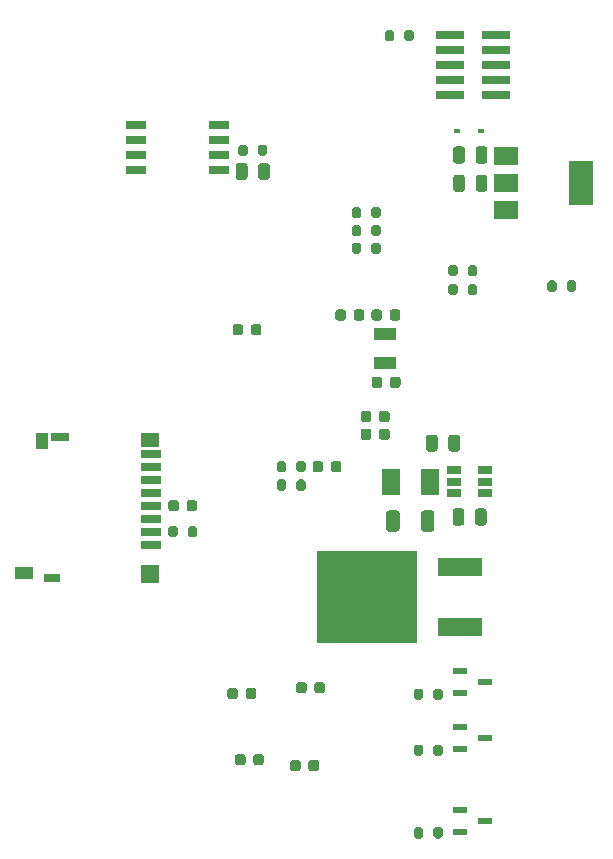
<source format=gbr>
G04 #@! TF.GenerationSoftware,KiCad,Pcbnew,(5.1.9)-1*
G04 #@! TF.CreationDate,2021-01-07T21:38:47-08:00*
G04 #@! TF.ProjectId,Hermes,4865726d-6573-42e6-9b69-6361645f7063,rev?*
G04 #@! TF.SameCoordinates,Original*
G04 #@! TF.FileFunction,Paste,Bot*
G04 #@! TF.FilePolarity,Positive*
%FSLAX46Y46*%
G04 Gerber Fmt 4.6, Leading zero omitted, Abs format (unit mm)*
G04 Created by KiCad (PCBNEW (5.1.9)-1) date 2021-01-07 21:38:47*
%MOMM*%
%LPD*%
G01*
G04 APERTURE LIST*
%ADD10R,1.550000X1.000000*%
%ADD11R,1.400000X0.800000*%
%ADD12R,1.000000X1.450000*%
%ADD13R,1.500000X0.800000*%
%ADD14R,1.750000X0.800000*%
%ADD15R,1.500000X1.500000*%
%ADD16R,1.500000X1.300000*%
%ADD17R,1.650000X2.300000*%
%ADD18R,1.900000X1.100000*%
%ADD19R,2.000000X1.500000*%
%ADD20R,2.000000X3.800000*%
%ADD21R,8.510000X7.870000*%
%ADD22R,3.810000X1.620000*%
%ADD23R,1.300000X0.600000*%
%ADD24R,2.400000X0.740000*%
%ADD25R,1.785000X0.650000*%
%ADD26R,1.220000X0.650000*%
%ADD27R,0.600000X0.450000*%
G04 APERTURE END LIST*
G04 #@! TO.C,R11*
G36*
G01*
X34900000Y-63775000D02*
X34900000Y-63225000D01*
G75*
G02*
X35100000Y-63025000I200000J0D01*
G01*
X35500000Y-63025000D01*
G75*
G02*
X35700000Y-63225000I0J-200000D01*
G01*
X35700000Y-63775000D01*
G75*
G02*
X35500000Y-63975000I-200000J0D01*
G01*
X35100000Y-63975000D01*
G75*
G02*
X34900000Y-63775000I0J200000D01*
G01*
G37*
G36*
G01*
X33250000Y-63775000D02*
X33250000Y-63225000D01*
G75*
G02*
X33450000Y-63025000I200000J0D01*
G01*
X33850000Y-63025000D01*
G75*
G02*
X34050000Y-63225000I0J-200000D01*
G01*
X34050000Y-63775000D01*
G75*
G02*
X33850000Y-63975000I-200000J0D01*
G01*
X33450000Y-63975000D01*
G75*
G02*
X33250000Y-63775000I0J200000D01*
G01*
G37*
G04 #@! TD*
G04 #@! TO.C,C5*
G36*
G01*
X40225000Y-46650000D02*
X40225000Y-46150000D01*
G75*
G02*
X40450000Y-45925000I225000J0D01*
G01*
X40900000Y-45925000D01*
G75*
G02*
X41125000Y-46150000I0J-225000D01*
G01*
X41125000Y-46650000D01*
G75*
G02*
X40900000Y-46875000I-225000J0D01*
G01*
X40450000Y-46875000D01*
G75*
G02*
X40225000Y-46650000I0J225000D01*
G01*
G37*
G36*
G01*
X38675000Y-46650000D02*
X38675000Y-46150000D01*
G75*
G02*
X38900000Y-45925000I225000J0D01*
G01*
X39350000Y-45925000D01*
G75*
G02*
X39575000Y-46150000I0J-225000D01*
G01*
X39575000Y-46650000D01*
G75*
G02*
X39350000Y-46875000I-225000J0D01*
G01*
X38900000Y-46875000D01*
G75*
G02*
X38675000Y-46650000I0J225000D01*
G01*
G37*
G04 #@! TD*
G04 #@! TO.C,R14*
G36*
G01*
X55675000Y-89275000D02*
X55675000Y-88725000D01*
G75*
G02*
X55875000Y-88525000I200000J0D01*
G01*
X56275000Y-88525000D01*
G75*
G02*
X56475000Y-88725000I0J-200000D01*
G01*
X56475000Y-89275000D01*
G75*
G02*
X56275000Y-89475000I-200000J0D01*
G01*
X55875000Y-89475000D01*
G75*
G02*
X55675000Y-89275000I0J200000D01*
G01*
G37*
G36*
G01*
X54025000Y-89275000D02*
X54025000Y-88725000D01*
G75*
G02*
X54225000Y-88525000I200000J0D01*
G01*
X54625000Y-88525000D01*
G75*
G02*
X54825000Y-88725000I0J-200000D01*
G01*
X54825000Y-89275000D01*
G75*
G02*
X54625000Y-89475000I-200000J0D01*
G01*
X54225000Y-89475000D01*
G75*
G02*
X54025000Y-89275000I0J200000D01*
G01*
G37*
G04 #@! TD*
G04 #@! TO.C,R13*
G36*
G01*
X55675000Y-82275000D02*
X55675000Y-81725000D01*
G75*
G02*
X55875000Y-81525000I200000J0D01*
G01*
X56275000Y-81525000D01*
G75*
G02*
X56475000Y-81725000I0J-200000D01*
G01*
X56475000Y-82275000D01*
G75*
G02*
X56275000Y-82475000I-200000J0D01*
G01*
X55875000Y-82475000D01*
G75*
G02*
X55675000Y-82275000I0J200000D01*
G01*
G37*
G36*
G01*
X54025000Y-82275000D02*
X54025000Y-81725000D01*
G75*
G02*
X54225000Y-81525000I200000J0D01*
G01*
X54625000Y-81525000D01*
G75*
G02*
X54825000Y-81725000I0J-200000D01*
G01*
X54825000Y-82275000D01*
G75*
G02*
X54625000Y-82475000I-200000J0D01*
G01*
X54225000Y-82475000D01*
G75*
G02*
X54025000Y-82275000I0J200000D01*
G01*
G37*
G04 #@! TD*
G04 #@! TO.C,R12*
G36*
G01*
X55675000Y-77525000D02*
X55675000Y-76975000D01*
G75*
G02*
X55875000Y-76775000I200000J0D01*
G01*
X56275000Y-76775000D01*
G75*
G02*
X56475000Y-76975000I0J-200000D01*
G01*
X56475000Y-77525000D01*
G75*
G02*
X56275000Y-77725000I-200000J0D01*
G01*
X55875000Y-77725000D01*
G75*
G02*
X55675000Y-77525000I0J200000D01*
G01*
G37*
G36*
G01*
X54025000Y-77525000D02*
X54025000Y-76975000D01*
G75*
G02*
X54225000Y-76775000I200000J0D01*
G01*
X54625000Y-76775000D01*
G75*
G02*
X54825000Y-76975000I0J-200000D01*
G01*
X54825000Y-77525000D01*
G75*
G02*
X54625000Y-77725000I-200000J0D01*
G01*
X54225000Y-77725000D01*
G75*
G02*
X54025000Y-77525000I0J200000D01*
G01*
G37*
G04 #@! TD*
D10*
G04 #@! TO.C,J14*
X21000000Y-67000000D03*
D11*
X23425000Y-67400000D03*
D12*
X22575000Y-55775000D03*
D13*
X24075000Y-55450000D03*
D14*
X31800000Y-64600000D03*
X31800000Y-63500000D03*
X31800000Y-62400000D03*
X31800000Y-61300000D03*
X31800000Y-60200000D03*
X31800000Y-59100000D03*
X31800000Y-58000000D03*
D15*
X31675000Y-67050000D03*
D16*
X31675000Y-55700000D03*
D14*
X31800000Y-56900000D03*
G04 #@! TD*
D17*
G04 #@! TO.C,L1*
X52100000Y-59250000D03*
X55400000Y-59250000D03*
G04 #@! TD*
G04 #@! TO.C,C9*
G36*
G01*
X51075000Y-54000000D02*
X51075000Y-53500000D01*
G75*
G02*
X51300000Y-53275000I225000J0D01*
G01*
X51750000Y-53275000D01*
G75*
G02*
X51975000Y-53500000I0J-225000D01*
G01*
X51975000Y-54000000D01*
G75*
G02*
X51750000Y-54225000I-225000J0D01*
G01*
X51300000Y-54225000D01*
G75*
G02*
X51075000Y-54000000I0J225000D01*
G01*
G37*
G36*
G01*
X49525000Y-54000000D02*
X49525000Y-53500000D01*
G75*
G02*
X49750000Y-53275000I225000J0D01*
G01*
X50200000Y-53275000D01*
G75*
G02*
X50425000Y-53500000I0J-225000D01*
G01*
X50425000Y-54000000D01*
G75*
G02*
X50200000Y-54225000I-225000J0D01*
G01*
X49750000Y-54225000D01*
G75*
G02*
X49525000Y-54000000I0J225000D01*
G01*
G37*
G04 #@! TD*
D18*
G04 #@! TO.C,Y1*
X51600000Y-49250000D03*
X51600000Y-46750000D03*
G04 #@! TD*
D19*
G04 #@! TO.C,U1*
X61850000Y-36300000D03*
X61850000Y-31700000D03*
X61850000Y-34000000D03*
D20*
X68150000Y-34000000D03*
G04 #@! TD*
G04 #@! TO.C,R15*
G36*
G01*
X40825000Y-31475000D02*
X40825000Y-30925000D01*
G75*
G02*
X41025000Y-30725000I200000J0D01*
G01*
X41425000Y-30725000D01*
G75*
G02*
X41625000Y-30925000I0J-200000D01*
G01*
X41625000Y-31475000D01*
G75*
G02*
X41425000Y-31675000I-200000J0D01*
G01*
X41025000Y-31675000D01*
G75*
G02*
X40825000Y-31475000I0J200000D01*
G01*
G37*
G36*
G01*
X39175000Y-31475000D02*
X39175000Y-30925000D01*
G75*
G02*
X39375000Y-30725000I200000J0D01*
G01*
X39775000Y-30725000D01*
G75*
G02*
X39975000Y-30925000I0J-200000D01*
G01*
X39975000Y-31475000D01*
G75*
G02*
X39775000Y-31675000I-200000J0D01*
G01*
X39375000Y-31675000D01*
G75*
G02*
X39175000Y-31475000I0J200000D01*
G01*
G37*
G04 #@! TD*
D21*
G04 #@! TO.C,R10*
X50030000Y-69000000D03*
D22*
X57970000Y-71540000D03*
X57970000Y-66460000D03*
G04 #@! TD*
G04 #@! TO.C,R9*
G36*
G01*
X50425000Y-36775000D02*
X50425000Y-36225000D01*
G75*
G02*
X50625000Y-36025000I200000J0D01*
G01*
X51025000Y-36025000D01*
G75*
G02*
X51225000Y-36225000I0J-200000D01*
G01*
X51225000Y-36775000D01*
G75*
G02*
X51025000Y-36975000I-200000J0D01*
G01*
X50625000Y-36975000D01*
G75*
G02*
X50425000Y-36775000I0J200000D01*
G01*
G37*
G36*
G01*
X48775000Y-36775000D02*
X48775000Y-36225000D01*
G75*
G02*
X48975000Y-36025000I200000J0D01*
G01*
X49375000Y-36025000D01*
G75*
G02*
X49575000Y-36225000I0J-200000D01*
G01*
X49575000Y-36775000D01*
G75*
G02*
X49375000Y-36975000I-200000J0D01*
G01*
X48975000Y-36975000D01*
G75*
G02*
X48775000Y-36775000I0J200000D01*
G01*
G37*
G04 #@! TD*
G04 #@! TO.C,R8*
G36*
G01*
X50425000Y-39775000D02*
X50425000Y-39225000D01*
G75*
G02*
X50625000Y-39025000I200000J0D01*
G01*
X51025000Y-39025000D01*
G75*
G02*
X51225000Y-39225000I0J-200000D01*
G01*
X51225000Y-39775000D01*
G75*
G02*
X51025000Y-39975000I-200000J0D01*
G01*
X50625000Y-39975000D01*
G75*
G02*
X50425000Y-39775000I0J200000D01*
G01*
G37*
G36*
G01*
X48775000Y-39775000D02*
X48775000Y-39225000D01*
G75*
G02*
X48975000Y-39025000I200000J0D01*
G01*
X49375000Y-39025000D01*
G75*
G02*
X49575000Y-39225000I0J-200000D01*
G01*
X49575000Y-39775000D01*
G75*
G02*
X49375000Y-39975000I-200000J0D01*
G01*
X48975000Y-39975000D01*
G75*
G02*
X48775000Y-39775000I0J200000D01*
G01*
G37*
G04 #@! TD*
G04 #@! TO.C,R7*
G36*
G01*
X44075000Y-58275000D02*
X44075000Y-57725000D01*
G75*
G02*
X44275000Y-57525000I200000J0D01*
G01*
X44675000Y-57525000D01*
G75*
G02*
X44875000Y-57725000I0J-200000D01*
G01*
X44875000Y-58275000D01*
G75*
G02*
X44675000Y-58475000I-200000J0D01*
G01*
X44275000Y-58475000D01*
G75*
G02*
X44075000Y-58275000I0J200000D01*
G01*
G37*
G36*
G01*
X42425000Y-58275000D02*
X42425000Y-57725000D01*
G75*
G02*
X42625000Y-57525000I200000J0D01*
G01*
X43025000Y-57525000D01*
G75*
G02*
X43225000Y-57725000I0J-200000D01*
G01*
X43225000Y-58275000D01*
G75*
G02*
X43025000Y-58475000I-200000J0D01*
G01*
X42625000Y-58475000D01*
G75*
G02*
X42425000Y-58275000I0J200000D01*
G01*
G37*
G04 #@! TD*
G04 #@! TO.C,R6*
G36*
G01*
X50425000Y-38275000D02*
X50425000Y-37725000D01*
G75*
G02*
X50625000Y-37525000I200000J0D01*
G01*
X51025000Y-37525000D01*
G75*
G02*
X51225000Y-37725000I0J-200000D01*
G01*
X51225000Y-38275000D01*
G75*
G02*
X51025000Y-38475000I-200000J0D01*
G01*
X50625000Y-38475000D01*
G75*
G02*
X50425000Y-38275000I0J200000D01*
G01*
G37*
G36*
G01*
X48775000Y-38275000D02*
X48775000Y-37725000D01*
G75*
G02*
X48975000Y-37525000I200000J0D01*
G01*
X49375000Y-37525000D01*
G75*
G02*
X49575000Y-37725000I0J-200000D01*
G01*
X49575000Y-38275000D01*
G75*
G02*
X49375000Y-38475000I-200000J0D01*
G01*
X48975000Y-38475000D01*
G75*
G02*
X48775000Y-38275000I0J200000D01*
G01*
G37*
G04 #@! TD*
G04 #@! TO.C,R5*
G36*
G01*
X44075000Y-59825000D02*
X44075000Y-59275000D01*
G75*
G02*
X44275000Y-59075000I200000J0D01*
G01*
X44675000Y-59075000D01*
G75*
G02*
X44875000Y-59275000I0J-200000D01*
G01*
X44875000Y-59825000D01*
G75*
G02*
X44675000Y-60025000I-200000J0D01*
G01*
X44275000Y-60025000D01*
G75*
G02*
X44075000Y-59825000I0J200000D01*
G01*
G37*
G36*
G01*
X42425000Y-59825000D02*
X42425000Y-59275000D01*
G75*
G02*
X42625000Y-59075000I200000J0D01*
G01*
X43025000Y-59075000D01*
G75*
G02*
X43225000Y-59275000I0J-200000D01*
G01*
X43225000Y-59825000D01*
G75*
G02*
X43025000Y-60025000I-200000J0D01*
G01*
X42625000Y-60025000D01*
G75*
G02*
X42425000Y-59825000I0J200000D01*
G01*
G37*
G04 #@! TD*
G04 #@! TO.C,R4*
G36*
G01*
X58585000Y-41675000D02*
X58585000Y-41125000D01*
G75*
G02*
X58785000Y-40925000I200000J0D01*
G01*
X59185000Y-40925000D01*
G75*
G02*
X59385000Y-41125000I0J-200000D01*
G01*
X59385000Y-41675000D01*
G75*
G02*
X59185000Y-41875000I-200000J0D01*
G01*
X58785000Y-41875000D01*
G75*
G02*
X58585000Y-41675000I0J200000D01*
G01*
G37*
G36*
G01*
X56935000Y-41675000D02*
X56935000Y-41125000D01*
G75*
G02*
X57135000Y-40925000I200000J0D01*
G01*
X57535000Y-40925000D01*
G75*
G02*
X57735000Y-41125000I0J-200000D01*
G01*
X57735000Y-41675000D01*
G75*
G02*
X57535000Y-41875000I-200000J0D01*
G01*
X57135000Y-41875000D01*
G75*
G02*
X56935000Y-41675000I0J200000D01*
G01*
G37*
G04 #@! TD*
G04 #@! TO.C,R3*
G36*
G01*
X58585000Y-43280000D02*
X58585000Y-42730000D01*
G75*
G02*
X58785000Y-42530000I200000J0D01*
G01*
X59185000Y-42530000D01*
G75*
G02*
X59385000Y-42730000I0J-200000D01*
G01*
X59385000Y-43280000D01*
G75*
G02*
X59185000Y-43480000I-200000J0D01*
G01*
X58785000Y-43480000D01*
G75*
G02*
X58585000Y-43280000I0J200000D01*
G01*
G37*
G36*
G01*
X56935000Y-43280000D02*
X56935000Y-42730000D01*
G75*
G02*
X57135000Y-42530000I200000J0D01*
G01*
X57535000Y-42530000D01*
G75*
G02*
X57735000Y-42730000I0J-200000D01*
G01*
X57735000Y-43280000D01*
G75*
G02*
X57535000Y-43480000I-200000J0D01*
G01*
X57135000Y-43480000D01*
G75*
G02*
X56935000Y-43280000I0J200000D01*
G01*
G37*
G04 #@! TD*
G04 #@! TO.C,R2*
G36*
G01*
X52375000Y-21225000D02*
X52375000Y-21775000D01*
G75*
G02*
X52175000Y-21975000I-200000J0D01*
G01*
X51775000Y-21975000D01*
G75*
G02*
X51575000Y-21775000I0J200000D01*
G01*
X51575000Y-21225000D01*
G75*
G02*
X51775000Y-21025000I200000J0D01*
G01*
X52175000Y-21025000D01*
G75*
G02*
X52375000Y-21225000I0J-200000D01*
G01*
G37*
G36*
G01*
X54025000Y-21225000D02*
X54025000Y-21775000D01*
G75*
G02*
X53825000Y-21975000I-200000J0D01*
G01*
X53425000Y-21975000D01*
G75*
G02*
X53225000Y-21775000I0J200000D01*
G01*
X53225000Y-21225000D01*
G75*
G02*
X53425000Y-21025000I200000J0D01*
G01*
X53825000Y-21025000D01*
G75*
G02*
X54025000Y-21225000I0J-200000D01*
G01*
G37*
G04 #@! TD*
G04 #@! TO.C,R1*
G36*
G01*
X66125000Y-42425000D02*
X66125000Y-42975000D01*
G75*
G02*
X65925000Y-43175000I-200000J0D01*
G01*
X65525000Y-43175000D01*
G75*
G02*
X65325000Y-42975000I0J200000D01*
G01*
X65325000Y-42425000D01*
G75*
G02*
X65525000Y-42225000I200000J0D01*
G01*
X65925000Y-42225000D01*
G75*
G02*
X66125000Y-42425000I0J-200000D01*
G01*
G37*
G36*
G01*
X67775000Y-42425000D02*
X67775000Y-42975000D01*
G75*
G02*
X67575000Y-43175000I-200000J0D01*
G01*
X67175000Y-43175000D01*
G75*
G02*
X66975000Y-42975000I0J200000D01*
G01*
X66975000Y-42425000D01*
G75*
G02*
X67175000Y-42225000I200000J0D01*
G01*
X67575000Y-42225000D01*
G75*
G02*
X67775000Y-42425000I0J-200000D01*
G01*
G37*
G04 #@! TD*
D23*
G04 #@! TO.C,Q3*
X57950000Y-88950000D03*
X57950000Y-87050000D03*
X60050000Y-88000000D03*
G04 #@! TD*
G04 #@! TO.C,Q2*
X57950000Y-81900000D03*
X57950000Y-80000000D03*
X60050000Y-80950000D03*
G04 #@! TD*
G04 #@! TO.C,Q1*
X57950000Y-77150000D03*
X57950000Y-75250000D03*
X60050000Y-76200000D03*
G04 #@! TD*
D24*
G04 #@! TO.C,J10*
X60950000Y-21460000D03*
X57050000Y-21460000D03*
X60950000Y-22730000D03*
X57050000Y-22730000D03*
X60950000Y-24000000D03*
X57050000Y-24000000D03*
X60950000Y-25270000D03*
X57050000Y-25270000D03*
X60950000Y-26540000D03*
X57050000Y-26540000D03*
G04 #@! TD*
D25*
G04 #@! TO.C,IC3*
X37532000Y-32905000D03*
X37532000Y-31635000D03*
X37532000Y-30365000D03*
X37532000Y-29095000D03*
X30468000Y-29095000D03*
X30468000Y-30365000D03*
X30468000Y-31635000D03*
X30468000Y-32905000D03*
G04 #@! TD*
D26*
G04 #@! TO.C,IC2*
X57440000Y-58300000D03*
X57440000Y-59250000D03*
X57440000Y-60200000D03*
X60060000Y-60200000D03*
X60060000Y-59250000D03*
X60060000Y-58300000D03*
G04 #@! TD*
D27*
G04 #@! TO.C,D2*
X57650000Y-29600000D03*
X59750000Y-29600000D03*
G04 #@! TD*
G04 #@! TO.C,C19*
G36*
G01*
X40850000Y-33475000D02*
X40850000Y-32525000D01*
G75*
G02*
X41100000Y-32275000I250000J0D01*
G01*
X41600000Y-32275000D01*
G75*
G02*
X41850000Y-32525000I0J-250000D01*
G01*
X41850000Y-33475000D01*
G75*
G02*
X41600000Y-33725000I-250000J0D01*
G01*
X41100000Y-33725000D01*
G75*
G02*
X40850000Y-33475000I0J250000D01*
G01*
G37*
G36*
G01*
X38950000Y-33475000D02*
X38950000Y-32525000D01*
G75*
G02*
X39200000Y-32275000I250000J0D01*
G01*
X39700000Y-32275000D01*
G75*
G02*
X39950000Y-32525000I0J-250000D01*
G01*
X39950000Y-33475000D01*
G75*
G02*
X39700000Y-33725000I-250000J0D01*
G01*
X39200000Y-33725000D01*
G75*
G02*
X38950000Y-33475000I0J250000D01*
G01*
G37*
G04 #@! TD*
G04 #@! TO.C,C18*
G36*
G01*
X34785000Y-61550000D02*
X34785000Y-61050000D01*
G75*
G02*
X35010000Y-60825000I225000J0D01*
G01*
X35460000Y-60825000D01*
G75*
G02*
X35685000Y-61050000I0J-225000D01*
G01*
X35685000Y-61550000D01*
G75*
G02*
X35460000Y-61775000I-225000J0D01*
G01*
X35010000Y-61775000D01*
G75*
G02*
X34785000Y-61550000I0J225000D01*
G01*
G37*
G36*
G01*
X33235000Y-61550000D02*
X33235000Y-61050000D01*
G75*
G02*
X33460000Y-60825000I225000J0D01*
G01*
X33910000Y-60825000D01*
G75*
G02*
X34135000Y-61050000I0J-225000D01*
G01*
X34135000Y-61550000D01*
G75*
G02*
X33910000Y-61775000I-225000J0D01*
G01*
X33460000Y-61775000D01*
G75*
G02*
X33235000Y-61550000I0J225000D01*
G01*
G37*
G04 #@! TD*
G04 #@! TO.C,C17*
G36*
G01*
X39775000Y-77450000D02*
X39775000Y-76950000D01*
G75*
G02*
X40000000Y-76725000I225000J0D01*
G01*
X40450000Y-76725000D01*
G75*
G02*
X40675000Y-76950000I0J-225000D01*
G01*
X40675000Y-77450000D01*
G75*
G02*
X40450000Y-77675000I-225000J0D01*
G01*
X40000000Y-77675000D01*
G75*
G02*
X39775000Y-77450000I0J225000D01*
G01*
G37*
G36*
G01*
X38225000Y-77450000D02*
X38225000Y-76950000D01*
G75*
G02*
X38450000Y-76725000I225000J0D01*
G01*
X38900000Y-76725000D01*
G75*
G02*
X39125000Y-76950000I0J-225000D01*
G01*
X39125000Y-77450000D01*
G75*
G02*
X38900000Y-77675000I-225000J0D01*
G01*
X38450000Y-77675000D01*
G75*
G02*
X38225000Y-77450000I0J225000D01*
G01*
G37*
G04 #@! TD*
G04 #@! TO.C,C16*
G36*
G01*
X40425000Y-83050000D02*
X40425000Y-82550000D01*
G75*
G02*
X40650000Y-82325000I225000J0D01*
G01*
X41100000Y-82325000D01*
G75*
G02*
X41325000Y-82550000I0J-225000D01*
G01*
X41325000Y-83050000D01*
G75*
G02*
X41100000Y-83275000I-225000J0D01*
G01*
X40650000Y-83275000D01*
G75*
G02*
X40425000Y-83050000I0J225000D01*
G01*
G37*
G36*
G01*
X38875000Y-83050000D02*
X38875000Y-82550000D01*
G75*
G02*
X39100000Y-82325000I225000J0D01*
G01*
X39550000Y-82325000D01*
G75*
G02*
X39775000Y-82550000I0J-225000D01*
G01*
X39775000Y-83050000D01*
G75*
G02*
X39550000Y-83275000I-225000J0D01*
G01*
X39100000Y-83275000D01*
G75*
G02*
X38875000Y-83050000I0J225000D01*
G01*
G37*
G04 #@! TD*
G04 #@! TO.C,C15*
G36*
G01*
X45100000Y-83550000D02*
X45100000Y-83050000D01*
G75*
G02*
X45325000Y-82825000I225000J0D01*
G01*
X45775000Y-82825000D01*
G75*
G02*
X46000000Y-83050000I0J-225000D01*
G01*
X46000000Y-83550000D01*
G75*
G02*
X45775000Y-83775000I-225000J0D01*
G01*
X45325000Y-83775000D01*
G75*
G02*
X45100000Y-83550000I0J225000D01*
G01*
G37*
G36*
G01*
X43550000Y-83550000D02*
X43550000Y-83050000D01*
G75*
G02*
X43775000Y-82825000I225000J0D01*
G01*
X44225000Y-82825000D01*
G75*
G02*
X44450000Y-83050000I0J-225000D01*
G01*
X44450000Y-83550000D01*
G75*
G02*
X44225000Y-83775000I-225000J0D01*
G01*
X43775000Y-83775000D01*
G75*
G02*
X43550000Y-83550000I0J225000D01*
G01*
G37*
G04 #@! TD*
G04 #@! TO.C,C14*
G36*
G01*
X45600000Y-76950000D02*
X45600000Y-76450000D01*
G75*
G02*
X45825000Y-76225000I225000J0D01*
G01*
X46275000Y-76225000D01*
G75*
G02*
X46500000Y-76450000I0J-225000D01*
G01*
X46500000Y-76950000D01*
G75*
G02*
X46275000Y-77175000I-225000J0D01*
G01*
X45825000Y-77175000D01*
G75*
G02*
X45600000Y-76950000I0J225000D01*
G01*
G37*
G36*
G01*
X44050000Y-76950000D02*
X44050000Y-76450000D01*
G75*
G02*
X44275000Y-76225000I225000J0D01*
G01*
X44725000Y-76225000D01*
G75*
G02*
X44950000Y-76450000I0J-225000D01*
G01*
X44950000Y-76950000D01*
G75*
G02*
X44725000Y-77175000I-225000J0D01*
G01*
X44275000Y-77175000D01*
G75*
G02*
X44050000Y-76950000I0J225000D01*
G01*
G37*
G04 #@! TD*
G04 #@! TO.C,C13*
G36*
G01*
X58350000Y-33525000D02*
X58350000Y-34475000D01*
G75*
G02*
X58100000Y-34725000I-250000J0D01*
G01*
X57600000Y-34725000D01*
G75*
G02*
X57350000Y-34475000I0J250000D01*
G01*
X57350000Y-33525000D01*
G75*
G02*
X57600000Y-33275000I250000J0D01*
G01*
X58100000Y-33275000D01*
G75*
G02*
X58350000Y-33525000I0J-250000D01*
G01*
G37*
G36*
G01*
X60250000Y-33525000D02*
X60250000Y-34475000D01*
G75*
G02*
X60000000Y-34725000I-250000J0D01*
G01*
X59500000Y-34725000D01*
G75*
G02*
X59250000Y-34475000I0J250000D01*
G01*
X59250000Y-33525000D01*
G75*
G02*
X59500000Y-33275000I250000J0D01*
G01*
X60000000Y-33275000D01*
G75*
G02*
X60250000Y-33525000I0J-250000D01*
G01*
G37*
G04 #@! TD*
G04 #@! TO.C,C12*
G36*
G01*
X58350000Y-31125000D02*
X58350000Y-32075000D01*
G75*
G02*
X58100000Y-32325000I-250000J0D01*
G01*
X57600000Y-32325000D01*
G75*
G02*
X57350000Y-32075000I0J250000D01*
G01*
X57350000Y-31125000D01*
G75*
G02*
X57600000Y-30875000I250000J0D01*
G01*
X58100000Y-30875000D01*
G75*
G02*
X58350000Y-31125000I0J-250000D01*
G01*
G37*
G36*
G01*
X60250000Y-31125000D02*
X60250000Y-32075000D01*
G75*
G02*
X60000000Y-32325000I-250000J0D01*
G01*
X59500000Y-32325000D01*
G75*
G02*
X59250000Y-32075000I0J250000D01*
G01*
X59250000Y-31125000D01*
G75*
G02*
X59500000Y-30875000I250000J0D01*
G01*
X60000000Y-30875000D01*
G75*
G02*
X60250000Y-31125000I0J-250000D01*
G01*
G37*
G04 #@! TD*
G04 #@! TO.C,C11*
G36*
G01*
X46350000Y-57750000D02*
X46350000Y-58250000D01*
G75*
G02*
X46125000Y-58475000I-225000J0D01*
G01*
X45675000Y-58475000D01*
G75*
G02*
X45450000Y-58250000I0J225000D01*
G01*
X45450000Y-57750000D01*
G75*
G02*
X45675000Y-57525000I225000J0D01*
G01*
X46125000Y-57525000D01*
G75*
G02*
X46350000Y-57750000I0J-225000D01*
G01*
G37*
G36*
G01*
X47900000Y-57750000D02*
X47900000Y-58250000D01*
G75*
G02*
X47675000Y-58475000I-225000J0D01*
G01*
X47225000Y-58475000D01*
G75*
G02*
X47000000Y-58250000I0J225000D01*
G01*
X47000000Y-57750000D01*
G75*
G02*
X47225000Y-57525000I225000J0D01*
G01*
X47675000Y-57525000D01*
G75*
G02*
X47900000Y-57750000I0J-225000D01*
G01*
G37*
G04 #@! TD*
G04 #@! TO.C,C10*
G36*
G01*
X51075000Y-55500000D02*
X51075000Y-55000000D01*
G75*
G02*
X51300000Y-54775000I225000J0D01*
G01*
X51750000Y-54775000D01*
G75*
G02*
X51975000Y-55000000I0J-225000D01*
G01*
X51975000Y-55500000D01*
G75*
G02*
X51750000Y-55725000I-225000J0D01*
G01*
X51300000Y-55725000D01*
G75*
G02*
X51075000Y-55500000I0J225000D01*
G01*
G37*
G36*
G01*
X49525000Y-55500000D02*
X49525000Y-55000000D01*
G75*
G02*
X49750000Y-54775000I225000J0D01*
G01*
X50200000Y-54775000D01*
G75*
G02*
X50425000Y-55000000I0J-225000D01*
G01*
X50425000Y-55500000D01*
G75*
G02*
X50200000Y-55725000I-225000J0D01*
G01*
X49750000Y-55725000D01*
G75*
G02*
X49525000Y-55500000I0J225000D01*
G01*
G37*
G04 #@! TD*
G04 #@! TO.C,C8*
G36*
G01*
X59200000Y-62725000D02*
X59200000Y-61775000D01*
G75*
G02*
X59450000Y-61525000I250000J0D01*
G01*
X59950000Y-61525000D01*
G75*
G02*
X60200000Y-61775000I0J-250000D01*
G01*
X60200000Y-62725000D01*
G75*
G02*
X59950000Y-62975000I-250000J0D01*
G01*
X59450000Y-62975000D01*
G75*
G02*
X59200000Y-62725000I0J250000D01*
G01*
G37*
G36*
G01*
X57300000Y-62725000D02*
X57300000Y-61775000D01*
G75*
G02*
X57550000Y-61525000I250000J0D01*
G01*
X58050000Y-61525000D01*
G75*
G02*
X58300000Y-61775000I0J-250000D01*
G01*
X58300000Y-62725000D01*
G75*
G02*
X58050000Y-62975000I-250000J0D01*
G01*
X57550000Y-62975000D01*
G75*
G02*
X57300000Y-62725000I0J250000D01*
G01*
G37*
G04 #@! TD*
G04 #@! TO.C,C7*
G36*
G01*
X52825000Y-61949999D02*
X52825000Y-63250001D01*
G75*
G02*
X52575001Y-63500000I-249999J0D01*
G01*
X51924999Y-63500000D01*
G75*
G02*
X51675000Y-63250001I0J249999D01*
G01*
X51675000Y-61949999D01*
G75*
G02*
X51924999Y-61700000I249999J0D01*
G01*
X52575001Y-61700000D01*
G75*
G02*
X52825000Y-61949999I0J-249999D01*
G01*
G37*
G36*
G01*
X55775000Y-61949999D02*
X55775000Y-63250001D01*
G75*
G02*
X55525001Y-63500000I-249999J0D01*
G01*
X54874999Y-63500000D01*
G75*
G02*
X54625000Y-63250001I0J249999D01*
G01*
X54625000Y-61949999D01*
G75*
G02*
X54874999Y-61700000I249999J0D01*
G01*
X55525001Y-61700000D01*
G75*
G02*
X55775000Y-61949999I0J-249999D01*
G01*
G37*
G04 #@! TD*
G04 #@! TO.C,C6*
G36*
G01*
X56950000Y-56475000D02*
X56950000Y-55525000D01*
G75*
G02*
X57200000Y-55275000I250000J0D01*
G01*
X57700000Y-55275000D01*
G75*
G02*
X57950000Y-55525000I0J-250000D01*
G01*
X57950000Y-56475000D01*
G75*
G02*
X57700000Y-56725000I-250000J0D01*
G01*
X57200000Y-56725000D01*
G75*
G02*
X56950000Y-56475000I0J250000D01*
G01*
G37*
G36*
G01*
X55050000Y-56475000D02*
X55050000Y-55525000D01*
G75*
G02*
X55300000Y-55275000I250000J0D01*
G01*
X55800000Y-55275000D01*
G75*
G02*
X56050000Y-55525000I0J-250000D01*
G01*
X56050000Y-56475000D01*
G75*
G02*
X55800000Y-56725000I-250000J0D01*
G01*
X55300000Y-56725000D01*
G75*
G02*
X55050000Y-56475000I0J250000D01*
G01*
G37*
G04 #@! TD*
G04 #@! TO.C,C4*
G36*
G01*
X51350000Y-50600000D02*
X51350000Y-51100000D01*
G75*
G02*
X51125000Y-51325000I-225000J0D01*
G01*
X50675000Y-51325000D01*
G75*
G02*
X50450000Y-51100000I0J225000D01*
G01*
X50450000Y-50600000D01*
G75*
G02*
X50675000Y-50375000I225000J0D01*
G01*
X51125000Y-50375000D01*
G75*
G02*
X51350000Y-50600000I0J-225000D01*
G01*
G37*
G36*
G01*
X52900000Y-50600000D02*
X52900000Y-51100000D01*
G75*
G02*
X52675000Y-51325000I-225000J0D01*
G01*
X52225000Y-51325000D01*
G75*
G02*
X52000000Y-51100000I0J225000D01*
G01*
X52000000Y-50600000D01*
G75*
G02*
X52225000Y-50375000I225000J0D01*
G01*
X52675000Y-50375000D01*
G75*
G02*
X52900000Y-50600000I0J-225000D01*
G01*
G37*
G04 #@! TD*
G04 #@! TO.C,C3*
G36*
G01*
X51975000Y-45400000D02*
X51975000Y-44900000D01*
G75*
G02*
X52200000Y-44675000I225000J0D01*
G01*
X52650000Y-44675000D01*
G75*
G02*
X52875000Y-44900000I0J-225000D01*
G01*
X52875000Y-45400000D01*
G75*
G02*
X52650000Y-45625000I-225000J0D01*
G01*
X52200000Y-45625000D01*
G75*
G02*
X51975000Y-45400000I0J225000D01*
G01*
G37*
G36*
G01*
X50425000Y-45400000D02*
X50425000Y-44900000D01*
G75*
G02*
X50650000Y-44675000I225000J0D01*
G01*
X51100000Y-44675000D01*
G75*
G02*
X51325000Y-44900000I0J-225000D01*
G01*
X51325000Y-45400000D01*
G75*
G02*
X51100000Y-45625000I-225000J0D01*
G01*
X50650000Y-45625000D01*
G75*
G02*
X50425000Y-45400000I0J225000D01*
G01*
G37*
G04 #@! TD*
G04 #@! TO.C,C2*
G36*
G01*
X48925000Y-45400000D02*
X48925000Y-44900000D01*
G75*
G02*
X49150000Y-44675000I225000J0D01*
G01*
X49600000Y-44675000D01*
G75*
G02*
X49825000Y-44900000I0J-225000D01*
G01*
X49825000Y-45400000D01*
G75*
G02*
X49600000Y-45625000I-225000J0D01*
G01*
X49150000Y-45625000D01*
G75*
G02*
X48925000Y-45400000I0J225000D01*
G01*
G37*
G36*
G01*
X47375000Y-45400000D02*
X47375000Y-44900000D01*
G75*
G02*
X47600000Y-44675000I225000J0D01*
G01*
X48050000Y-44675000D01*
G75*
G02*
X48275000Y-44900000I0J-225000D01*
G01*
X48275000Y-45400000D01*
G75*
G02*
X48050000Y-45625000I-225000J0D01*
G01*
X47600000Y-45625000D01*
G75*
G02*
X47375000Y-45400000I0J225000D01*
G01*
G37*
G04 #@! TD*
M02*

</source>
